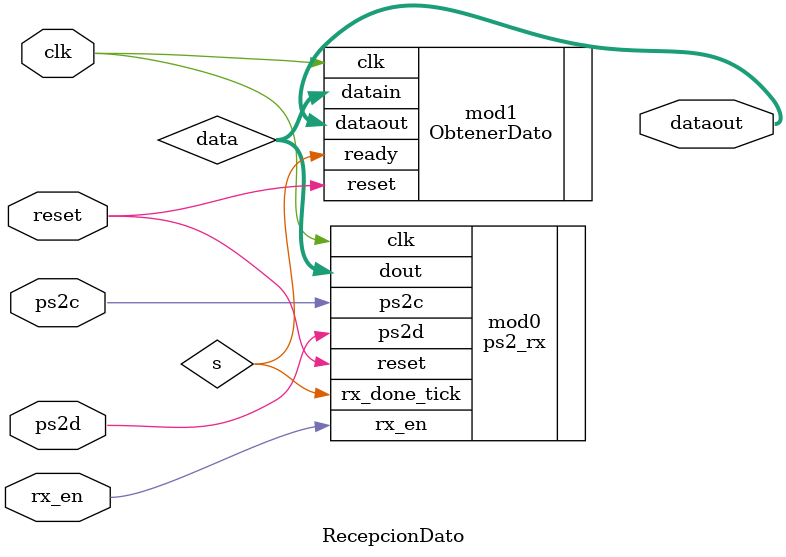
<source format=v>
`timescale 1ns / 1ps
module RecepcionDato(input wire clk, reset,
input wire ps2d, ps2c, rx_en,
output wire [7:0] dataout 
    ); 
	  
wire s; 
wire [7:0] data;  


ps2_rx mod0(.clk(clk),.reset(reset),.ps2d(ps2d), .ps2c(ps2c), .rx_en(rx_en), .rx_done_tick(s),.dout(data));
ObtenerDato mod1( .ready(s), .clk(clk),.reset(reset), .datain(data), .dataout(dataout));


endmodule

</source>
